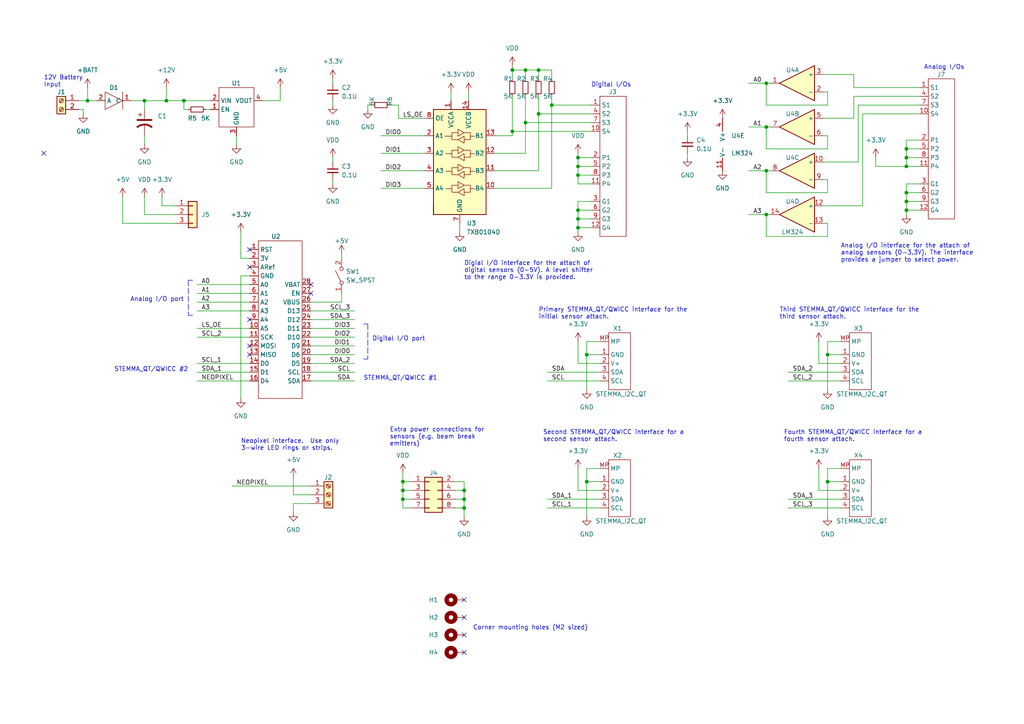
<source format=kicad_sch>
(kicad_sch (version 20211123) (generator eeschema)
  (paper "A4")
  (title_block (rev "0"))
  (lib_symbols
    (symbol "Amplifier_Operational:LM324" (pin_names (offset 0.127))
      (property "Reference" "U" (at 0 5.08 0))
      (property "Value" "LM324" (at 0 -5.08 0))
      (symbol "LM324_1_1"
        (polyline (pts (xy -5.08 5.08) (xy 5.08 0) (xy -5.08 -5.08) (xy -5.08 5.08)) (stroke (width 0.254)) (fill (type background)))
        (pin output line (at 7.62 0 180) (length 2.54) (name "~") (number "1"))
        (pin input line (at -7.62 -2.54 0) (length 2.54) (name "-") (number "2"))
        (pin input line (at -7.62 2.54 0) (length 2.54) (name "+") (number "3"))
      )
      (symbol "LM324_2_1"
        (polyline (pts (xy -5.08 5.08) (xy 5.08 0) (xy -5.08 -5.08) (xy -5.08 5.08)) (stroke (width 0.254)) (fill (type background)))
        (pin input line (at -7.62 2.54 0) (length 2.54) (name "+") (number "5"))
        (pin input line (at -7.62 -2.54 0) (length 2.54) (name "-") (number "6"))
        (pin output line (at 7.62 0 180) (length 2.54) (name "~") (number "7"))
      )
      (symbol "LM324_3_1"
        (polyline (pts (xy -5.08 5.08) (xy 5.08 0) (xy -5.08 -5.08) (xy -5.08 5.08)) (stroke (width 0.254)) (fill (type background)))
        (pin input line (at -7.62 2.54 0) (length 2.54) (name "+") (number "10"))
        (pin output line (at 7.62 0 180) (length 2.54) (name "~") (number "8"))
        (pin input line (at -7.62 -2.54 0) (length 2.54) (name "-") (number "9"))
      )
      (symbol "LM324_4_1"
        (polyline (pts (xy -5.08 5.08) (xy 5.08 0) (xy -5.08 -5.08) (xy -5.08 5.08)) (stroke (width 0.254)) (fill (type background)))
        (pin input line (at -7.62 2.54 0) (length 2.54) (name "+") (number "12"))
        (pin input line (at -7.62 -2.54 0) (length 2.54) (name "-") (number "13"))
        (pin output line (at 7.62 0 180) (length 2.54) (name "~") (number "14"))
      )
      (symbol "LM324_5_1"
        (pin power_in line (at -2.54 -7.62 90) (length 3.81) (name "V-") (number "11"))
        (pin power_in line (at -2.54 7.62 270) (length 3.81) (name "V+") (number "4"))
      )
    )
    (symbol "Appreciate:Feather_M4_CAN_Express"
      (property "Reference" "U" (at 0 0 0))
      (property "Value" "Feather_M4_CAN_Express" (at 0 -5.08 0))
      (symbol "Feather_M4_CAN_Express_0_1"
        (rectangle (start -6.35 43.18) (end 6.35 -2.54))
      )
      (symbol "Feather_M4_CAN_Express_1_1"
        (pin input line (at -8.89 40.64 0) (length 2.54) (name "RST") (number "1"))
        (pin input line (at -8.89 17.78 0) (length 2.54) (name "A5") (number "10"))
        (pin input line (at -8.89 15.24 0) (length 2.54) (name "SCK") (number "11"))
        (pin input line (at -8.89 12.7 0) (length 2.54) (name "MOSI") (number "12"))
        (pin input line (at -8.89 10.16 0) (length 2.54) (name "MISO") (number "13"))
        (pin bidirectional line (at -8.89 7.62 0) (length 2.54) (name "D0") (number "14"))
        (pin bidirectional line (at -8.89 5.08 0) (length 2.54) (name "D1") (number "15"))
        (pin bidirectional line (at -8.89 2.54 0) (length 2.54) (name "D4") (number "16"))
        (pin bidirectional line (at 8.89 2.54 180) (length 2.54) (name "SDA") (number "17"))
        (pin bidirectional line (at 8.89 5.08 180) (length 2.54) (name "SCL") (number "18"))
        (pin bidirectional line (at 8.89 7.62 180) (length 2.54) (name "D5") (number "19"))
        (pin power_out line (at -8.89 38.1 0) (length 2.54) (name "3V") (number "2"))
        (pin bidirectional line (at 8.89 10.16 180) (length 2.54) (name "D6") (number "20"))
        (pin bidirectional line (at 8.89 12.7 180) (length 2.54) (name "D9") (number "21"))
        (pin bidirectional line (at 8.89 15.24 180) (length 2.54) (name "D10") (number "22"))
        (pin bidirectional line (at 8.89 17.78 180) (length 2.54) (name "D11") (number "23"))
        (pin bidirectional line (at 8.89 20.32 180) (length 2.54) (name "D12") (number "24"))
        (pin bidirectional line (at 8.89 22.86 180) (length 2.54) (name "D13") (number "25"))
        (pin power_in line (at 8.89 25.4 180) (length 2.54) (name "VBUS") (number "26"))
        (pin input line (at 8.89 27.94 180) (length 2.54) (name "EN") (number "27"))
        (pin power_in line (at 8.89 30.48 180) (length 2.54) (name "VBAT") (number "28"))
        (pin input line (at -8.89 35.56 0) (length 2.54) (name "ARef") (number "3"))
        (pin power_in line (at -8.89 33.02 0) (length 2.54) (name "GND") (number "4"))
        (pin input line (at -8.89 30.48 0) (length 2.54) (name "A0") (number "5"))
        (pin input line (at -8.89 27.94 0) (length 2.54) (name "A1") (number "6"))
        (pin input line (at -8.89 25.4 0) (length 2.54) (name "A2") (number "7"))
        (pin input line (at -8.89 22.86 0) (length 2.54) (name "A3") (number "8"))
        (pin input line (at -8.89 20.32 0) (length 2.54) (name "A4") (number "9"))
      )
    )
    (symbol "Appreciate:STEMMA_I2C_QT"
      (property "Reference" "X" (at 2.54 20.32 0))
      (property "Value" "STEMMA_I2C_QT" (at 2.54 -2.54 0))
      (symbol "STEMMA_I2C_QT_0_1"
        (rectangle (start 0 16.51) (end 6.35 0))
      )
      (symbol "STEMMA_I2C_QT_1_1"
        (pin power_out line (at -2.54 10.16 0) (length 2.54) (name "GND") (number "1"))
        (pin power_out line (at -2.54 7.62 0) (length 2.54) (name "V+") (number "2"))
        (pin bidirectional line (at -2.54 5.08 0) (length 2.54) (name "SDA") (number "3"))
        (pin bidirectional line (at -2.54 2.54 0) (length 2.54) (name "SCL") (number "4"))
        (pin input line (at -2.54 13.97 0) (length 2.54) (name "MP") (number "MP"))
      )
    )
    (symbol "Appreciate:UPR20e3"
      (property "Reference" "D" (at 0 0 0))
      (property "Value" "UPR20e3" (at 0 7.62 0))
      (symbol "UPR20e3_0_1"
        (polyline (pts (xy 2.54 6.35) (xy 2.54 1.27)))
        (polyline (pts (xy -2.54 6.35) (xy -2.54 1.27) (xy 2.54 3.81) (xy -2.54 6.35)))
      )
      (symbol "UPR20e3_1_1"
        (pin power_out line (at 5.08 3.81 180) (length 2.54) (name "C") (number "1"))
        (pin power_in line (at -5.08 3.81 0) (length 2.54) (name "A") (number "2"))
      )
    )
    (symbol "Appreciate:Weewooday-820"
      (property "Reference" "U" (at 0 10.16 0))
      (property "Value" "Weewooday-820" (at 0 13.97 0))
      (symbol "Weewooday-820_0_1"
        (rectangle (start -5.08 11.43) (end 5.08 0))
      )
      (symbol "Weewooday-820_1_1"
        (pin input line (at -7.62 5.08 0) (length 2.54) (name "EN") (number "1"))
        (pin power_in line (at -7.62 7.62 0) (length 2.54) (name "VIN") (number "2"))
        (pin input line (at 0 -2.54 90) (length 2.54) (name "GND") (number "3"))
        (pin power_out line (at 7.62 7.62 180) (length 2.54) (name "VOUT") (number "4"))
      )
    )
    (symbol "Appreciate:conn_04_03"
      (property "Reference" "J" (at 2.54 40.64 0))
      (property "Value" "conn_04_03" (at 3.81 -3.81 0))
      (symbol "conn_04_03_0_1"
        (rectangle (start 0 39.37) (end 7.62 -1.27))
      )
      (symbol "conn_04_03_1_1"
        (pin bidirectional line (at -2.54 36.83 0) (length 2.54) (name "S1") (number "1"))
        (pin bidirectional line (at -2.54 29.21 0) (length 2.54) (name "S4") (number "10"))
        (pin power_out line (at -2.54 13.97 0) (length 2.54) (name "P4") (number "11"))
        (pin power_out line (at -2.54 1.27 0) (length 2.54) (name "G4") (number "12"))
        (pin power_out line (at -2.54 21.59 0) (length 2.54) (name "P1") (number "2"))
        (pin power_out line (at -2.54 8.89 0) (length 2.54) (name "G1") (number "3"))
        (pin bidirectional line (at -2.54 34.29 0) (length 2.54) (name "S2") (number "4"))
        (pin power_out line (at -2.54 19.05 0) (length 2.54) (name "P2") (number "5"))
        (pin power_out line (at -2.54 6.35 0) (length 2.54) (name "G2") (number "6"))
        (pin bidirectional line (at -2.54 31.75 0) (length 2.54) (name "S3") (number "7"))
        (pin power_out line (at -2.54 16.51 0) (length 2.54) (name "P3") (number "8"))
        (pin power_out line (at -2.54 3.81 0) (length 2.54) (name "G3") (number "9"))
      )
    )
    (symbol "Connector:Screw_Terminal_01x02" (pin_names (offset 1.016) hide)
      (property "Reference" "J" (at 0 2.54 0))
      (property "Value" "Screw_Terminal_01x02" (at 0 -5.08 0))
      (symbol "Screw_Terminal_01x02_1_1"
        (rectangle (start -1.27 1.27) (end 1.27 -3.81) (stroke (width 0.254)) (fill (type background)))
        (circle (center 0 -2.54) (radius 0.635) (stroke (width 0.1524)))
        (polyline (pts (xy -0.5334 -2.2098) (xy 0.3302 -3.048)) (stroke (width 0.1524)))
        (polyline (pts (xy -0.5334 0.3302) (xy 0.3302 -0.508)) (stroke (width 0.1524)))
        (polyline (pts (xy -0.3556 -2.032) (xy 0.508 -2.8702)) (stroke (width 0.1524)))
        (polyline (pts (xy -0.3556 0.508) (xy 0.508 -0.3302)) (stroke (width 0.1524)))
        (circle (center 0 0) (radius 0.635) (stroke (width 0.1524)))
        (pin passive line (at -5.08 0 0) (length 3.81) (name "Pin_1") (number "1"))
        (pin passive line (at -5.08 -2.54 0) (length 3.81) (name "Pin_2") (number "2"))
      )
    )
    (symbol "Connector:Screw_Terminal_01x03" (pin_names (offset 1.016) hide)
      (property "Reference" "J" (at 0 5.08 0))
      (property "Value" "Screw_Terminal_01x03" (at 0 -5.08 0))
      (symbol "Screw_Terminal_01x03_1_1"
        (rectangle (start -1.27 3.81) (end 1.27 -3.81) (stroke (width 0.254)) (fill (type background)))
        (circle (center 0 -2.54) (radius 0.635) (stroke (width 0.1524)))
        (polyline (pts (xy -0.5334 -2.2098) (xy 0.3302 -3.048)) (stroke (width 0.1524)))
        (polyline (pts (xy -0.5334 0.3302) (xy 0.3302 -0.508)) (stroke (width 0.1524)))
        (polyline (pts (xy -0.5334 2.8702) (xy 0.3302 2.032)) (stroke (width 0.1524)))
        (polyline (pts (xy -0.3556 -2.032) (xy 0.508 -2.8702)) (stroke (width 0.1524)))
        (polyline (pts (xy -0.3556 0.508) (xy 0.508 -0.3302)) (stroke (width 0.1524)))
        (polyline (pts (xy -0.3556 3.048) (xy 0.508 2.2098)) (stroke (width 0.1524)))
        (circle (center 0 0) (radius 0.635) (stroke (width 0.1524)))
        (circle (center 0 2.54) (radius 0.635) (stroke (width 0.1524)))
        (pin passive line (at -5.08 2.54 0) (length 3.81) (name "Pin_1") (number "1"))
        (pin passive line (at -5.08 0 0) (length 3.81) (name "Pin_2") (number "2"))
        (pin passive line (at -5.08 -2.54 0) (length 3.81) (name "Pin_3") (number "3"))
      )
    )
    (symbol "Connector_Generic:Conn_01x03" (pin_names (offset 1.016) hide)
      (property "Reference" "J" (at 0 5.08 0))
      (property "Value" "Conn_01x03" (at 0 -5.08 0))
      (symbol "Conn_01x03_1_1"
        (rectangle (start -1.27 -2.413) (end 0 -2.667) (stroke (width 0.1524)))
        (rectangle (start -1.27 0.127) (end 0 -0.127) (stroke (width 0.1524)))
        (rectangle (start -1.27 2.667) (end 0 2.413) (stroke (width 0.1524)))
        (rectangle (start -1.27 3.81) (end 1.27 -3.81) (stroke (width 0.254)) (fill (type background)))
        (pin passive line (at -5.08 2.54 0) (length 3.81) (name "Pin_1") (number "1"))
        (pin passive line (at -5.08 0 0) (length 3.81) (name "Pin_2") (number "2"))
        (pin passive line (at -5.08 -2.54 0) (length 3.81) (name "Pin_3") (number "3"))
      )
    )
    (symbol "Connector_Generic:Conn_02x04_Odd_Even" (pin_names (offset 1.016) hide)
      (property "Reference" "J" (at 1.27 5.08 0))
      (property "Value" "Conn_02x04_Odd_Even" (at 1.27 -7.62 0))
      (symbol "Conn_02x04_Odd_Even_1_1"
        (rectangle (start -1.27 -4.953) (end 0 -5.207) (stroke (width 0.1524)))
        (rectangle (start -1.27 -2.413) (end 0 -2.667) (stroke (width 0.1524)))
        (rectangle (start -1.27 0.127) (end 0 -0.127) (stroke (width 0.1524)))
        (rectangle (start -1.27 2.667) (end 0 2.413) (stroke (width 0.1524)))
        (rectangle (start -1.27 3.81) (end 3.81 -6.35) (stroke (width 0.254)) (fill (type background)))
        (rectangle (start 3.81 -4.953) (end 2.54 -5.207) (stroke (width 0.1524)))
        (rectangle (start 3.81 -2.413) (end 2.54 -2.667) (stroke (width 0.1524)))
        (rectangle (start 3.81 0.127) (end 2.54 -0.127) (stroke (width 0.1524)))
        (rectangle (start 3.81 2.667) (end 2.54 2.413) (stroke (width 0.1524)))
        (pin passive line (at -5.08 2.54 0) (length 3.81) (name "Pin_1") (number "1"))
        (pin passive line (at 7.62 2.54 180) (length 3.81) (name "Pin_2") (number "2"))
        (pin passive line (at -5.08 0 0) (length 3.81) (name "Pin_3") (number "3"))
        (pin passive line (at 7.62 0 180) (length 3.81) (name "Pin_4") (number "4"))
        (pin passive line (at -5.08 -2.54 0) (length 3.81) (name "Pin_5") (number "5"))
        (pin passive line (at 7.62 -2.54 180) (length 3.81) (name "Pin_6") (number "6"))
        (pin passive line (at -5.08 -5.08 0) (length 3.81) (name "Pin_7") (number "7"))
        (pin passive line (at 7.62 -5.08 180) (length 3.81) (name "Pin_8") (number "8"))
      )
    )
    (symbol "Device:C_Polarized_US" (pin_numbers hide) (pin_names (offset 0.254) hide)
      (property "Reference" "C" (at 0.635 2.54 0))
      (property "Value" "C_Polarized_US" (at 0.635 -2.54 0))
      (symbol "C_Polarized_US_0_1"
        (polyline (pts (xy -2.032 0.762) (xy 2.032 0.762)) (stroke (width 0.508)))
        (polyline (pts (xy -1.778 2.286) (xy -0.762 2.286)))
        (polyline (pts (xy -1.27 1.778) (xy -1.27 2.794)))
        (arc (start 2.032 -1.27) (mid 0 -0.5572) (end -2.032 -1.27) (stroke (width 0.508)))
      )
      (symbol "C_Polarized_US_1_1"
        (pin passive line (at 0 3.81 270) (length 2.794) (name "~") (number "1"))
        (pin passive line (at 0 -3.81 90) (length 3.302) (name "~") (number "2"))
      )
    )
    (symbol "Device:C_Small" (pin_numbers hide) (pin_names (offset 0.254) hide)
      (property "Reference" "C" (at 0.254 1.778 0))
      (property "Value" "C_Small" (at 0.254 -2.032 0))
      (symbol "C_Small_0_1"
        (polyline (pts (xy -1.524 -0.508) (xy 1.524 -0.508)) (stroke (width 0.3302)))
        (polyline (pts (xy -1.524 0.508) (xy 1.524 0.508)) (stroke (width 0.3048)))
      )
      (symbol "C_Small_1_1"
        (pin passive line (at 0 2.54 270) (length 2.032) (name "~") (number "1"))
        (pin passive line (at 0 -2.54 90) (length 2.032) (name "~") (number "2"))
      )
    )
    (symbol "Device:R_Small" (pin_numbers hide) (pin_names (offset 0.254) hide)
      (property "Reference" "R" (at 0.762 0.508 0))
      (property "Value" "R_Small" (at 0.762 -1.016 0))
      (symbol "R_Small_0_1"
        (rectangle (start -0.762 1.778) (end 0.762 -1.778) (stroke (width 0.2032)))
      )
      (symbol "R_Small_1_1"
        (pin passive line (at 0 2.54 270) (length 0.762) (name "~") (number "1"))
        (pin passive line (at 0 -2.54 90) (length 0.762) (name "~") (number "2"))
      )
    )
    (symbol "Logic_LevelTranslator:TXB0104D"
      (property "Reference" "U" (at -6.35 16.51 0))
      (property "Value" "TXB0104D" (at 3.81 16.51 0))
      (symbol "TXB0104D_0_1"
        (rectangle (start -7.62 -15.24) (end -7.62 -12.7) (stroke (width 0.254)))
        (rectangle (start -7.62 15.24) (end 7.62 -15.24) (stroke (width 0.254)) (fill (type background)))
        (polyline (pts (xy -2.286 -7.747) (xy -2.286 -6.731) (xy -0.508 -6.731)))
        (polyline (pts (xy -2.286 -2.667) (xy -2.286 -1.651) (xy -0.508 -1.651)))
        (polyline (pts (xy -2.286 2.413) (xy -2.286 3.429) (xy -0.508 3.429)))
        (polyline (pts (xy -2.286 7.493) (xy -2.286 8.509) (xy -0.508 8.509)))
        (polyline (pts (xy 3.048 -7.747) (xy 3.048 -8.763) (xy 1.27 -8.763)))
        (polyline (pts (xy 3.048 -2.667) (xy 3.048 -3.683) (xy 1.27 -3.683)))
        (polyline (pts (xy 3.048 2.413) (xy 3.048 1.397) (xy 1.27 1.397)))
        (polyline (pts (xy 3.048 7.493) (xy 3.048 6.477) (xy 1.27 6.477)))
        (polyline (pts (xy -0.508 -8.763) (xy -2.286 -8.763) (xy -2.286 -7.747) (xy -4.064 -7.747)))
        (polyline (pts (xy -0.508 -8.763) (xy 1.27 -7.747) (xy 1.27 -9.779) (xy -0.508 -8.763)))
        (polyline (pts (xy -0.508 -3.683) (xy -2.286 -3.683) (xy -2.286 -2.667) (xy -4.064 -2.667)))
        (polyline (pts (xy -0.508 -3.683) (xy 1.27 -2.667) (xy 1.27 -4.699) (xy -0.508 -3.683)))
        (polyline (pts (xy -0.508 1.397) (xy -2.286 1.397) (xy -2.286 2.413) (xy -4.064 2.413)))
        (polyline (pts (xy -0.508 1.397) (xy 1.27 2.413) (xy 1.27 0.381) (xy -0.508 1.397)))
        (polyline (pts (xy -0.508 6.477) (xy -2.286 6.477) (xy -2.286 7.493) (xy -4.318 7.493)))
        (polyline (pts (xy -0.508 6.477) (xy 1.27 7.493) (xy 1.27 5.461) (xy -0.508 6.477)))
        (polyline (pts (xy 1.27 -6.731) (xy -0.508 -7.747) (xy -0.508 -5.715) (xy 1.27 -6.731)))
        (polyline (pts (xy 1.27 -6.731) (xy 3.048 -6.731) (xy 3.048 -7.747) (xy 4.318 -7.747)))
        (polyline (pts (xy 1.27 -1.651) (xy -0.508 -2.667) (xy -0.508 -0.635) (xy 1.27 -1.651)))
        (polyline (pts (xy 1.27 -1.651) (xy 3.048 -1.651) (xy 3.048 -2.667) (xy 4.318 -2.667)))
        (polyline (pts (xy 1.27 3.429) (xy -0.508 2.413) (xy -0.508 4.445) (xy 1.27 3.429)))
        (polyline (pts (xy 1.27 3.429) (xy 3.048 3.429) (xy 3.048 2.413) (xy 4.318 2.413)))
        (polyline (pts (xy 1.27 8.509) (xy -0.508 7.493) (xy -0.508 9.525) (xy 1.27 8.509)))
        (polyline (pts (xy 1.27 8.509) (xy 3.048 8.509) (xy 3.048 7.493) (xy 4.318 7.493)))
      )
      (symbol "TXB0104D_1_1"
        (pin power_in line (at -2.54 17.78 270) (length 2.54) (name "VCCA") (number "1"))
        (pin bidirectional line (at 10.16 -7.62 180) (length 2.54) (name "B4") (number "10"))
        (pin bidirectional line (at 10.16 -2.54 180) (length 2.54) (name "B3") (number "11"))
        (pin bidirectional line (at 10.16 2.54 180) (length 2.54) (name "B2") (number "12"))
        (pin bidirectional line (at 10.16 7.62 180) (length 2.54) (name "B1") (number "13"))
        (pin power_in line (at 2.54 17.78 270) (length 2.54) (name "VCCB") (number "14"))
        (pin bidirectional line (at -10.16 7.62 0) (length 2.54) (name "A1") (number "2"))
        (pin bidirectional line (at -10.16 2.54 0) (length 2.54) (name "A2") (number "3"))
        (pin bidirectional line (at -10.16 -2.54 0) (length 2.54) (name "A3") (number "4"))
        (pin bidirectional line (at -10.16 -7.62 0) (length 2.54) (name "A4") (number "5"))
        (pin no_connect line (at -10.16 -12.7 0) (length 2.54) hide (name "NC") (number "6"))
        (pin power_in line (at 0 -17.78 90) (length 2.54) (name "GND") (number "7"))
        (pin input line (at -10.16 12.7 0) (length 2.54) (name "OE") (number "8"))
        (pin no_connect line (at 10.16 -12.7 180) (length 2.54) hide (name "NC") (number "9"))
      )
    )
    (symbol "Mechanical:MountingHole_Pad" (pin_numbers hide) (pin_names (offset 1.016) hide)
      (property "Reference" "H" (at 0 6.35 0))
      (property "Value" "MountingHole_Pad" (at 0 4.445 0))
      (symbol "MountingHole_Pad_0_1"
        (circle (center 0 1.27) (radius 1.27) (stroke (width 1.27)))
      )
      (symbol "MountingHole_Pad_1_1"
        (pin input line (at 0 -2.54 90) (length 2.54) (name "1") (number "1"))
      )
    )
    (symbol "Switch:SW_SPST" (pin_names (offset 0) hide)
      (property "Reference" "SW" (at 0 3.175 0))
      (property "Value" "SW_SPST" (at 0 -2.54 0))
      (symbol "SW_SPST_0_0"
        (circle (center -2.032 0) (radius 0.508))
        (polyline (pts (xy -1.524 0.254) (xy 1.524 1.778)))
        (circle (center 2.032 0) (radius 0.508))
      )
      (symbol "SW_SPST_1_1"
        (pin passive line (at -5.08 0 0) (length 2.54) (name "A") (number "1"))
        (pin passive line (at 5.08 0 180) (length 2.54) (name "B") (number "2"))
      )
    )
    (symbol "power:+12V" (power) (pin_names (offset 0))
      (property "Value" "+12V" (at 0 3.556 0))
      (symbol "+12V_0_1"
        (polyline (pts (xy -0.762 1.27) (xy 0 2.54)))
        (polyline (pts (xy 0 0) (xy 0 2.54)))
        (polyline (pts (xy 0 2.54) (xy 0.762 1.27)))
      )
      (symbol "+12V_1_1"
        (pin power_in line (at 0 0 90) (length 0) hide (name "+12V") (number "1"))
      )
    )
    (symbol "power:+3.3V" (power) (pin_names (offset 0))
      (property "Value" "+3.3V" (at 0 3.556 0))
      (symbol "+3.3V_0_1"
        (polyline (pts (xy -0.762 1.27) (xy 0 2.54)))
        (polyline (pts (xy 0 0) (xy 0 2.54)))
        (polyline (pts (xy 0 2.54) (xy 0.762 1.27)))
      )
      (symbol "+3.3V_1_1"
        (pin power_in line (at 0 0 90) (length 0) hide (name "+3.3V") (number "1"))
      )
    )
    (symbol "power:+5V" (power) (pin_names (offset 0))
      (property "Value" "+5V" (at 0 3.556 0))
      (symbol "+5V_0_1"
        (polyline (pts (xy -0.762 1.27) (xy 0 2.54)))
        (polyline (pts (xy 0 0) (xy 0 2.54)))
        (polyline (pts (xy 0 2.54) (xy 0.762 1.27)))
      )
      (symbol "+5V_1_1"
        (pin power_in line (at 0 0 90) (length 0) hide (name "+5V") (number "1"))
      )
    )
    (symbol "power:+BATT" (power) (pin_names (offset 0))
      (property "Value" "+BATT" (at 0 3.556 0))
      (symbol "+BATT_0_1"
        (polyline (pts (xy -0.762 1.27) (xy 0 2.54)))
        (polyline (pts (xy 0 0) (xy 0 2.54)))
        (polyline (pts (xy 0 2.54) (xy 0.762 1.27)))
      )
      (symbol "+BATT_1_1"
        (pin power_in line (at 0 0 90) (length 0) hide (name "+BATT") (number "1"))
      )
    )
    (symbol "power:GND" (power) (pin_names (offset 0))
      (property "Value" "GND" (at 0 -3.81 0))
      (symbol "GND_0_1"
        (polyline (pts (xy 0 0) (xy 0 -1.27) (xy 1.27 -1.27) (xy 0 -2.54) (xy -1.27 -1.27) (xy 0 -1.27)))
      )
      (symbol "GND_1_1"
        (pin power_in line (at 0 0 270) (length 0) hide (name "GND") (number "1"))
      )
    )
    (symbol "power:VDD" (power) (pin_names (offset 0))
      (property "Value" "VDD" (at 0 3.81 0))
      (symbol "VDD_0_1"
        (polyline (pts (xy -0.762 1.27) (xy 0 2.54)))
        (polyline (pts (xy 0 0) (xy 0 2.54)))
        (polyline (pts (xy 0 2.54) (xy 0.762 1.27)))
      )
      (symbol "VDD_1_1"
        (pin power_in line (at 0 0 90) (length 0) hide (name "VDD") (number "1"))
      )
    )
  )
  (junction (at 148.59 20.32))
  (junction (at 222.25 24.13))
  (junction (at 222.25 36.83))
  (junction (at 134.62 144.78))
  (junction (at 167.64 48.26))
  (junction (at 134.62 142.24))
  (junction (at 167.64 45.72))
  (junction (at 134.62 147.32))
  (junction (at 25.4 29.21))
  (junction (at 222.25 62.23))
  (junction (at 152.4 35.56))
  (junction (at 156.21 20.32))
  (junction (at 160.02 30.48))
  (junction (at 48.26 29.21))
  (junction (at 167.64 50.8))
  (junction (at 116.84 142.24))
  (junction (at 167.64 66.04))
  (junction (at 148.59 38.1))
  (junction (at 170.18 102.87))
  (junction (at 156.21 33.02))
  (junction (at 240.03 139.7))
  (junction (at 240.03 102.87))
  (junction (at 262.89 45.72))
  (junction (at 222.25 49.53))
  (junction (at 41.91 29.21))
  (junction (at 262.89 55.88))
  (junction (at 262.89 58.42))
  (junction (at 167.64 63.5))
  (junction (at 116.84 139.7))
  (junction (at 262.89 48.26))
  (junction (at 170.18 139.7))
  (junction (at 167.64 60.96))
  (junction (at 53.34 29.21))
  (junction (at 116.84 144.78))
  (junction (at 262.89 60.96))
  (junction (at 262.89 43.18))
  (junction (at 152.4 20.32))
  (no_connect (at 72.39 92.71))
  (no_connect (at 134.62 184.15))
  (no_connect (at 134.62 179.07))
  (no_connect (at 12.7 44.45))
  (no_connect (at 72.39 72.39))
  (no_connect (at 72.39 77.47))
  (no_connect (at 90.17 85.09))
  (no_connect (at 90.17 82.55))
  (no_connect (at 134.62 189.23))
  (no_connect (at 72.39 100.33))
  (no_connect (at 72.39 102.87))
  (no_connect (at 134.62 173.99))
  (wire (pts (xy 110.49 44.45) (xy 123.19 44.45)))
  (wire (pts (xy 170.18 102.87) (xy 170.18 113.03)))
  (wire (pts (xy 57.15 107.95) (xy 72.39 107.95)))
  (wire (pts (xy 167.64 135.89) (xy 167.64 142.24)))
  (wire (pts (xy 25.4 25.4) (xy 25.4 29.21)))
  (wire (pts (xy 243.84 135.89) (xy 240.03 135.89)))
  (wire (pts (xy 116.84 142.24) (xy 116.84 139.7)))
  (wire (pts (xy 240.03 68.58) (xy 222.25 68.58)))
  (wire (pts (xy 35.56 64.77) (xy 35.56 57.15)))
  (wire (pts (xy 238.76 34.29) (xy 247.65 34.29)))
  (wire (pts (xy 228.6 110.49) (xy 243.84 110.49)))
  (wire (pts (xy 69.85 74.93) (xy 72.39 74.93)))
  (wire (pts (xy 170.18 139.7) (xy 170.18 149.86)))
  (wire (pts (xy 85.09 148.59) (xy 85.09 146.05)))
  (wire (pts (xy 72.39 80.01) (xy 69.85 80.01)))
  (wire (pts (xy 167.64 58.42) (xy 171.45 58.42)))
  (wire (pts (xy 148.59 27.94) (xy 148.59 38.1)))
  (wire (pts (xy 262.89 53.34) (xy 266.7 53.34)))
  (wire (pts (xy 222.25 36.83) (xy 223.52 36.83)))
  (wire (pts (xy 85.09 138.43) (xy 85.09 143.51)))
  (wire (pts (xy 41.91 29.21) (xy 41.91 31.75)))
  (wire (pts (xy 53.34 31.75) (xy 53.34 29.21)))
  (wire (pts (xy 160.02 30.48) (xy 160.02 54.61)))
  (wire (pts (xy 110.49 54.61) (xy 123.19 54.61)))
  (wire (pts (xy 238.76 46.99) (xy 248.92 46.99)))
  (wire (pts (xy 170.18 99.06) (xy 170.18 102.87)))
  (wire (pts (xy 90.17 107.95) (xy 102.87 107.95)))
  (wire (pts (xy 167.64 99.06) (xy 167.64 105.41)))
  (wire (pts (xy 116.84 147.32) (xy 116.84 144.78)))
  (wire (pts (xy 90.17 90.17) (xy 102.87 90.17)))
  (wire (pts (xy 262.89 55.88) (xy 262.89 58.42)))
  (wire (pts (xy 217.17 49.53) (xy 222.25 49.53)))
  (wire (pts (xy 90.17 95.25) (xy 102.87 95.25)))
  (polyline (pts (xy 54.61 91.44) (xy 55.88 91.44)))
  (wire (pts (xy 237.49 135.89) (xy 237.49 142.24)))
  (wire (pts (xy 228.6 147.32) (xy 243.84 147.32)))
  (wire (pts (xy 54.61 31.75) (xy 53.34 31.75)))
  (wire (pts (xy 156.21 20.32) (xy 160.02 20.32)))
  (wire (pts (xy 134.62 147.32) (xy 134.62 144.78)))
  (wire (pts (xy 116.84 139.7) (xy 119.38 139.7)))
  (wire (pts (xy 238.76 52.07) (xy 240.03 52.07)))
  (wire (pts (xy 53.34 29.21) (xy 60.96 29.21)))
  (wire (pts (xy 266.7 40.64) (xy 262.89 40.64)))
  (wire (pts (xy 240.03 99.06) (xy 240.03 102.87)))
  (polyline (pts (xy 105.41 93.98) (xy 106.68 93.98)))
  (wire (pts (xy 96.52 22.86) (xy 96.52 24.13)))
  (wire (pts (xy 248.92 30.48) (xy 266.7 30.48)))
  (polyline (pts (xy 54.61 81.28) (xy 54.61 91.44)))
  (wire (pts (xy 160.02 30.48) (xy 171.45 30.48)))
  (wire (pts (xy 99.06 73.66) (xy 99.06 74.93)))
  (wire (pts (xy 238.76 64.77) (xy 240.03 64.77)))
  (wire (pts (xy 170.18 102.87) (xy 173.99 102.87)))
  (wire (pts (xy 250.19 59.69) (xy 250.19 33.02)))
  (wire (pts (xy 90.17 102.87) (xy 102.87 102.87)))
  (wire (pts (xy 148.59 20.32) (xy 152.4 20.32)))
  (wire (pts (xy 167.64 63.5) (xy 167.64 66.04)))
  (wire (pts (xy 143.51 49.53) (xy 156.21 49.53)))
  (wire (pts (xy 237.49 142.24) (xy 243.84 142.24)))
  (wire (pts (xy 152.4 20.32) (xy 156.21 20.32)))
  (wire (pts (xy 199.39 44.45) (xy 199.39 45.72)))
  (wire (pts (xy 152.4 27.94) (xy 152.4 35.56)))
  (wire (pts (xy 132.08 142.24) (xy 134.62 142.24)))
  (wire (pts (xy 38.1 29.21) (xy 41.91 29.21)))
  (wire (pts (xy 22.86 31.75) (xy 24.13 31.75)))
  (wire (pts (xy 69.85 67.31) (xy 69.85 74.93)))
  (wire (pts (xy 217.17 62.23) (xy 222.25 62.23)))
  (wire (pts (xy 133.35 64.77) (xy 133.35 67.31)))
  (wire (pts (xy 90.17 92.71) (xy 102.87 92.71)))
  (wire (pts (xy 173.99 135.89) (xy 170.18 135.89)))
  (wire (pts (xy 228.6 144.78) (xy 243.84 144.78)))
  (wire (pts (xy 67.31 140.97) (xy 90.17 140.97)))
  (wire (pts (xy 106.68 30.48) (xy 107.95 30.48)))
  (wire (pts (xy 167.64 66.04) (xy 167.64 67.31)))
  (wire (pts (xy 158.75 107.95) (xy 173.99 107.95)))
  (wire (pts (xy 167.64 53.34) (xy 167.64 50.8)))
  (wire (pts (xy 262.89 45.72) (xy 262.89 43.18)))
  (wire (pts (xy 96.52 45.72) (xy 96.52 46.99)))
  (wire (pts (xy 110.49 39.37) (xy 123.19 39.37)))
  (wire (pts (xy 143.51 54.61) (xy 160.02 54.61)))
  (polyline (pts (xy 55.88 81.28) (xy 54.61 81.28)))
  (wire (pts (xy 167.64 58.42) (xy 167.64 60.96)))
  (wire (pts (xy 132.08 147.32) (xy 134.62 147.32)))
  (wire (pts (xy 167.64 63.5) (xy 171.45 63.5)))
  (wire (pts (xy 57.15 97.79) (xy 72.39 97.79)))
  (wire (pts (xy 250.19 33.02) (xy 266.7 33.02)))
  (wire (pts (xy 167.64 48.26) (xy 167.64 45.72)))
  (wire (pts (xy 160.02 22.86) (xy 160.02 20.32)))
  (wire (pts (xy 69.85 80.01) (xy 69.85 115.57)))
  (wire (pts (xy 116.84 144.78) (xy 116.84 142.24)))
  (wire (pts (xy 90.17 87.63) (xy 99.06 87.63)))
  (wire (pts (xy 222.25 36.83) (xy 222.25 43.18)))
  (polyline (pts (xy 106.68 93.98) (xy 106.68 104.14)))
  (wire (pts (xy 262.89 55.88) (xy 266.7 55.88)))
  (wire (pts (xy 254 48.26) (xy 262.89 48.26)))
  (wire (pts (xy 41.91 29.21) (xy 48.26 29.21)))
  (wire (pts (xy 247.65 27.94) (xy 266.7 27.94)))
  (wire (pts (xy 240.03 64.77) (xy 240.03 68.58)))
  (wire (pts (xy 116.84 139.7) (xy 116.84 137.16)))
  (wire (pts (xy 22.86 29.21) (xy 25.4 29.21)))
  (wire (pts (xy 132.08 144.78) (xy 134.62 144.78)))
  (wire (pts (xy 90.17 110.49) (xy 102.87 110.49)))
  (wire (pts (xy 46.99 59.69) (xy 46.99 57.15)))
  (wire (pts (xy 113.03 30.48) (xy 115.57 30.48)))
  (wire (pts (xy 57.15 87.63) (xy 72.39 87.63)))
  (wire (pts (xy 266.7 43.18) (xy 262.89 43.18)))
  (wire (pts (xy 106.68 30.48) (xy 106.68 31.75)))
  (wire (pts (xy 222.25 55.88) (xy 222.25 49.53)))
  (wire (pts (xy 243.84 99.06) (xy 240.03 99.06)))
  (wire (pts (xy 148.59 20.32) (xy 148.59 22.86)))
  (wire (pts (xy 148.59 19.05) (xy 148.59 20.32)))
  (wire (pts (xy 134.62 142.24) (xy 134.62 139.7)))
  (wire (pts (xy 85.09 146.05) (xy 90.17 146.05)))
  (wire (pts (xy 90.17 97.79) (xy 102.87 97.79)))
  (wire (pts (xy 134.62 149.86) (xy 134.62 147.32)))
  (wire (pts (xy 115.57 34.29) (xy 123.19 34.29)))
  (wire (pts (xy 222.25 24.13) (xy 223.52 24.13)))
  (wire (pts (xy 248.92 46.99) (xy 248.92 30.48)))
  (wire (pts (xy 240.03 139.7) (xy 240.03 149.86)))
  (wire (pts (xy 116.84 142.24) (xy 119.38 142.24)))
  (wire (pts (xy 48.26 29.21) (xy 53.34 29.21)))
  (wire (pts (xy 238.76 21.59) (xy 247.65 21.59)))
  (wire (pts (xy 156.21 20.32) (xy 156.21 22.86)))
  (wire (pts (xy 167.64 60.96) (xy 171.45 60.96)))
  (wire (pts (xy 156.21 33.02) (xy 156.21 49.53)))
  (wire (pts (xy 134.62 144.78) (xy 134.62 142.24)))
  (wire (pts (xy 222.25 62.23) (xy 223.52 62.23)))
  (wire (pts (xy 25.4 29.21) (xy 27.94 29.21)))
  (wire (pts (xy 115.57 30.48) (xy 115.57 34.29)))
  (wire (pts (xy 158.75 144.78) (xy 173.99 144.78)))
  (wire (pts (xy 237.49 99.06) (xy 237.49 105.41)))
  (wire (pts (xy 266.7 45.72) (xy 262.89 45.72)))
  (wire (pts (xy 247.65 34.29) (xy 247.65 27.94)))
  (wire (pts (xy 156.21 27.94) (xy 156.21 33.02)))
  (wire (pts (xy 50.8 59.69) (xy 46.99 59.69)))
  (wire (pts (xy 217.17 36.83) (xy 222.25 36.83)))
  (wire (pts (xy 68.58 39.37) (xy 68.58 41.91)))
  (wire (pts (xy 173.99 99.06) (xy 170.18 99.06)))
  (wire (pts (xy 160.02 27.94) (xy 160.02 30.48)))
  (wire (pts (xy 135.89 26.67) (xy 135.89 29.21)))
  (wire (pts (xy 99.06 85.09) (xy 99.06 87.63)))
  (wire (pts (xy 130.81 26.67) (xy 130.81 29.21)))
  (polyline (pts (xy 105.41 104.14) (xy 106.68 104.14)))
  (wire (pts (xy 262.89 43.18) (xy 262.89 40.64)))
  (wire (pts (xy 240.03 30.48) (xy 222.25 30.48)))
  (wire (pts (xy 41.91 39.37) (xy 41.91 41.91)))
  (wire (pts (xy 167.64 60.96) (xy 167.64 63.5)))
  (wire (pts (xy 50.8 62.23) (xy 41.91 62.23)))
  (wire (pts (xy 247.65 25.4) (xy 266.7 25.4)))
  (wire (pts (xy 48.26 25.4) (xy 48.26 29.21)))
  (wire (pts (xy 116.84 144.78) (xy 119.38 144.78)))
  (wire (pts (xy 35.56 64.77) (xy 50.8 64.77)))
  (wire (pts (xy 57.15 90.17) (xy 72.39 90.17)))
  (wire (pts (xy 238.76 26.67) (xy 240.03 26.67)))
  (wire (pts (xy 158.75 147.32) (xy 173.99 147.32)))
  (wire (pts (xy 171.45 50.8) (xy 167.64 50.8)))
  (wire (pts (xy 148.59 38.1) (xy 171.45 38.1)))
  (wire (pts (xy 262.89 60.96) (xy 262.89 62.23)))
  (wire (pts (xy 240.03 135.89) (xy 240.03 139.7)))
  (wire (pts (xy 240.03 52.07) (xy 240.03 55.88)))
  (wire (pts (xy 237.49 105.41) (xy 243.84 105.41)))
  (wire (pts (xy 171.45 45.72) (xy 167.64 45.72)))
  (wire (pts (xy 143.51 44.45) (xy 152.4 44.45)))
  (wire (pts (xy 143.51 39.37) (xy 148.59 39.37)))
  (wire (pts (xy 90.17 100.33) (xy 102.87 100.33)))
  (wire (pts (xy 222.25 62.23) (xy 222.25 68.58)))
  (wire (pts (xy 262.89 60.96) (xy 266.7 60.96)))
  (wire (pts (xy 152.4 20.32) (xy 152.4 22.86)))
  (wire (pts (xy 240.03 43.18) (xy 222.25 43.18)))
  (wire (pts (xy 167.64 105.41) (xy 173.99 105.41)))
  (wire (pts (xy 57.15 82.55) (xy 72.39 82.55)))
  (wire (pts (xy 156.21 33.02) (xy 171.45 33.02)))
  (wire (pts (xy 167.64 142.24) (xy 173.99 142.24)))
  (wire (pts (xy 262.89 58.42) (xy 266.7 58.42)))
  (wire (pts (xy 158.75 110.49) (xy 173.99 110.49)))
  (wire (pts (xy 81.28 25.4) (xy 81.28 29.21)))
  (wire (pts (xy 254 45.72) (xy 254 48.26)))
  (wire (pts (xy 41.91 62.23) (xy 41.91 57.15)))
  (wire (pts (xy 266.7 48.26) (xy 262.89 48.26)))
  (wire (pts (xy 222.25 49.53) (xy 223.52 49.53)))
  (wire (pts (xy 240.03 26.67) (xy 240.03 30.48)))
  (wire (pts (xy 57.15 105.41) (xy 72.39 105.41)))
  (wire (pts (xy 238.76 39.37) (xy 240.03 39.37)))
  (wire (pts (xy 167.64 66.04) (xy 171.45 66.04)))
  (wire (pts (xy 217.17 24.13) (xy 222.25 24.13)))
  (wire (pts (xy 240.03 102.87) (xy 240.03 113.03)))
  (wire (pts (xy 228.6 107.95) (xy 243.84 107.95)))
  (wire (pts (xy 24.13 31.75) (xy 24.13 33.02)))
  (wire (pts (xy 59.69 31.75) (xy 60.96 31.75)))
  (wire (pts (xy 240.03 55.88) (xy 222.25 55.88)))
  (wire (pts (xy 148.59 39.37) (xy 148.59 38.1)))
  (wire (pts (xy 262.89 53.34) (xy 262.89 55.88)))
  (wire (pts (xy 152.4 35.56) (xy 171.45 35.56)))
  (wire (pts (xy 247.65 21.59) (xy 247.65 25.4)))
  (wire (pts (xy 57.15 85.09) (xy 72.39 85.09)))
  (wire (pts (xy 167.64 45.72) (xy 167.64 44.45)))
  (wire (pts (xy 240.03 139.7) (xy 243.84 139.7)))
  (wire (pts (xy 262.89 58.42) (xy 262.89 60.96)))
  (wire (pts (xy 119.38 147.32) (xy 116.84 147.32)))
  (wire (pts (xy 96.52 52.07) (xy 96.52 53.34)))
  (wire (pts (xy 152.4 44.45) (xy 152.4 35.56)))
  (wire (pts (xy 222.25 30.48) (xy 222.25 24.13)))
  (wire (pts (xy 85.09 143.51) (xy 90.17 143.51)))
  (wire (pts (xy 167.64 50.8) (xy 167.64 48.26)))
  (wire (pts (xy 262.89 48.26) (xy 262.89 45.72)))
  (wire (pts (xy 171.45 53.34) (xy 167.64 53.34)))
  (wire (pts (xy 134.62 139.7) (xy 132.08 139.7)))
  (wire (pts (xy 171.45 48.26) (xy 167.64 48.26)))
  (wire (pts (xy 170.18 135.89) (xy 170.18 139.7)))
  (wire (pts (xy 90.17 105.41) (xy 102.87 105.41)))
  (wire (pts (xy 238.76 59.69) (xy 250.19 59.69)))
  (wire (pts (xy 240.03 39.37) (xy 240.03 43.18)))
  (wire (pts (xy 96.52 29.21) (xy 96.52 30.48)))
  (wire (pts (xy 57.15 110.49) (xy 72.39 110.49)))
  (wire (pts (xy 110.49 49.53) (xy 123.19 49.53)))
  (wire (pts (xy 199.39 38.1) (xy 199.39 39.37)))
  (wire (pts (xy 240.03 102.87) (xy 243.84 102.87)))
  (wire (pts (xy 76.2 29.21) (xy 81.28 29.21)))
  (wire (pts (xy 57.15 95.25) (xy 72.39 95.25)))
  (wire (pts (xy 170.18 139.7) (xy 173.99 139.7)))
  (text "Corner mounting holes (M2 sized)" (at 137.16 182.88 0) (effects (font (size 1.27 1.27)) (justify left bottom)))
  (text "Digital I/Os" (at 171.45 25.4 0) (effects (font (size 1.27 1.27)) (justify left bottom)))
  (text "Analog I/Os" (at 267.97 20.32 0) (effects (font (size 1.27 1.27)) (justify left bottom)))
  (text "Third STEMMA_QT/QWICC interface for the\nthird sensor attach." (at 226.06 92.71 0) (effects (font (size 1.27 1.27)) (justify left bottom)))
  (text "Primary STEMMA_QT/QWICC interface for the\ninitial sensor attach." (at 156.21 92.71 0) (effects (font (size 1.27 1.27)) (justify left bottom)))
  (text "Extra power connections for\nsensors (e.g. beam break\nemitters)" (at 113.03 129.54 0) (effects (font (size 1.27 1.27)) (justify left bottom)))
  (text "Digial I/O interface for the attach of\ndigital sensors (0-5V). A level shifter\nto the range 0-3.3V is provided." (at 134.62 81.28 0) (effects (font (size 1.27 1.27)) (justify left bottom)))
  (text "Second STEMMA_QT/QWICC interface for a\nsecond sensor attach." (at 157.48 128.27 0) (effects (font (size 1.27 1.27)) (justify left bottom)))
  (text "Digital I/O port" (at 107.95 99.06 0) (effects (font (size 1.27 1.27)) (justify left bottom)))
  (text "Analog I/O port" (at 53.34 87.63 180) (effects (font (size 1.27 1.27)) (justify right bottom)))
  (text "STEMMA_QT/QWICC #1" (at 105.41 110.49 0) (effects (font (size 1.27 1.27)) (justify left bottom)))
  (text "12V Battery\nInput" (at 12.7 25.4 0) (effects (font (size 1.27 1.27)) (justify left bottom)))
  (text "STEMMA_QT/QWICC #2" (at 54.61 107.95 180) (effects (font (size 1.27 1.27)) (justify right bottom)))
  (text "Analog I/O interface for the attach of\nanalog sensors (0-3.3V). The interface\nprovides a jumper to select power." (at 243.84 76.2 0) (effects (font (size 1.27 1.27)) (justify left bottom)))
  (text "Neopixel interface.  Use only\n3-wire LED rings or strips." (at 69.85 130.81 0) (effects (font (size 1.27 1.27)) (justify left bottom)))
  (text "Fourth STEMMA_QT/QWICC interface for a\nfourth sensor attach." (at 227.33 128.27 0) (effects (font (size 1.27 1.27)) (justify left bottom)))
  (label "A2" (at 58.42 87.63 0))
  (label "LS_OE" (at 116.84 34.29 0))
  (label "SCL_2" (at 58.42 97.79 0))
  (label "LS_OE" (at 58.42 95.25 0))
  (label "A0" (at 58.42 82.55 0))
  (label "NEOPIXEL" (at 68.58 140.97 0))
  (label "SCL_3" (at 229.87 147.32 0))
  (label "A1" (at 58.42 85.09 0))
  (label "SCL_1" (at 58.42 105.41 0))
  (label "SCL" (at 101.6 107.95 180))
  (label "NEOPIXEL" (at 58.42 110.49 0))
  (label "SCL" (at 160.02 110.49 0))
  (label "DIO1" (at 101.6 100.33 180))
  (label "SDA" (at 160.02 107.95 0))
  (label "A3" (at 58.42 90.17 0))
  (label "A3" (at 218.44 62.23 0))
  (label "SDA_1" (at 58.42 107.95 0))
  (label "A2" (at 218.44 49.53 0))
  (label "SCL_2" (at 229.87 110.49 0))
  (label "A0" (at 218.44 24.13 0))
  (label "DIO0" (at 101.6 102.87 180))
  (label "SCL_1" (at 160.02 147.32 0))
  (label "A1" (at 218.44 36.83 0))
  (label "SDA" (at 101.6 110.49 180))
  (label "DIO2" (at 101.6 97.79 180))
  (label "SDA_2" (at 229.87 107.95 0))
  (label "SDA_3" (at 101.6 92.71 180))
  (label "SDA_1" (at 160.02 144.78 0))
  (label "DIO0" (at 111.76 39.37 0))
  (label "DIO1" (at 111.76 44.45 0))
  (label "SCL_3" (at 101.6 90.17 180))
  (label "SDA_2" (at 101.6 105.41 180))
  (label "SDA_3" (at 229.87 144.78 0))
  (label "DIO2" (at 111.76 49.53 0))
  (label "DIO3" (at 101.6 95.25 180))
  (label "DIO3" (at 111.76 54.61 0))
  (symbol (lib_id "Device:C_Polarized_US") (at 41.91 35.56 0) (unit 1)
    (property "Reference" "C1" (at 45.72 33.6549 0) (effects (justify left)))
    (property "Value" "10u" (effects hide))
    (property "Footprint" "Capacitor_SMD:CP_Elec_8x10" (effects hide))
  )
  (symbol (lib_id "power:GND") (at 96.52 30.48 0) (unit 1)
    (property "Reference" "#PWR0126" (effects hide))
    (property "Value" "GND" (at 96.52 35.56 0))
  )
  (symbol (lib_id "Amplifier_Operational:LM324") (at 231.14 62.23 0) (mirror y) (unit 4)
    (property "Reference" "U4" (at 229.87 58.42 0))
    (property "Value" "LM324" (at 229.87 67.31 0))
    (property "Footprint" "Package_SO:SOIC-14_3.9x8.7mm_P1.27mm" (effects hide))
    (property "Datasheet" "http://www.ti.com/lit/ds/symlink/lm2902-n.pdf" (effects hide))
  )
  (symbol (lib_id "power:GND") (at 133.35 67.31 0) (unit 1)
    (property "Reference" "#PWR0116" (effects hide))
    (property "Value" "GND" (at 133.35 72.39 0))
  )
  (symbol (lib_id "power:VDD") (at 167.64 44.45 0) (unit 1)
    (property "Reference" "#PWR0107" (effects hide))
    (property "Value" "VDD" (at 167.64 39.37 0))
  )
  (symbol (lib_id "power:GND") (at 209.55 49.53 0) (unit 1)
    (property "Reference" "#PWR0124" (effects hide))
    (property "Value" "GND" (at 209.55 54.61 0))
  )
  (symbol (lib_id "Switch:SW_SPST") (at 99.06 80.01 90) (unit 1)
    (property "Reference" "SW1" (at 100.33 78.7399 90) (effects (justify right)))
    (property "Value" "SW_SPST" (at 100.33 81.2799 90) (effects (justify right)))
    (property "Footprint" "Appreciate:SPST-KJ01" (effects hide))
  )
  (symbol (lib_id "Device:C_Small") (at 96.52 26.67 0) (unit 1)
    (property "Reference" "C2" (at 99.06 25.4 0) (effects (justify left)))
    (property "Value" "0.1U" (at 99.06 27.94 0) (effects (justify left)))
    (property "Footprint" "Capacitor_SMD:C_0805_2012Metric" (effects hide))
  )
  (symbol (lib_id "power:GND") (at 68.58 41.91 0) (unit 1)
    (property "Reference" "#PWR0108" (effects hide))
    (property "Value" "GND" (at 68.58 46.99 0))
  )
  (symbol (lib_id "power:GND") (at 170.18 113.03 0) (unit 1)
    (property "Reference" "#PWR0103" (effects hide))
    (property "Value" "GND" (at 170.18 118.11 0))
  )
  (symbol (lib_id "Appreciate:conn_04_03") (at 173.99 67.31 0) (unit 1)
    (property "Reference" "J3" (at 176.53 26.67 0) (effects (justify left)))
    (property "Value" "conn_04_03" (effects hide))
    (property "Footprint" "Appreciate:conn_04x03" (effects hide))
  )
  (symbol (lib_id "Appreciate:STEMMA_I2C_QT") (at 176.53 149.86 0) (unit 1)
    (property "Reference" "X2" (at 177.8 132.08 0) (effects (justify left)))
    (property "Value" "STEMMA_I2C_QT" (at 172.72 151.13 0) (effects (justify left)))
    (property "Footprint" "Connector_JST:JST_SH_SM04B-SRSS-TB_1x04-1MP_P1.00mm_Horizontal" (effects hide))
  )
  (symbol (lib_id "Appreciate:Feather_M4_CAN_Express") (at 81.28 113.03 0) (unit 1)
    (property "Reference" "U2" (at 80.01 68.58 0))
    (property "Value" "Feather_M4_CAN_Express" (effects hide))
    (property "Footprint" "Appreciate:Feather_M4_CAN_Express" (effects hide))
  )
  (symbol (lib_id "power:VDD") (at 96.52 45.72 0) (unit 1)
    (property "Reference" "#PWR0135" (effects hide))
    (property "Value" "VDD" (at 96.52 40.64 0))
  )
  (symbol (lib_id "power:+3.3V") (at 167.64 99.06 0) (unit 1)
    (property "Reference" "#PWR0105" (effects hide))
    (property "Value" "+3.3V" (at 167.64 93.98 0))
  )
  (symbol (lib_id "power:GND") (at 41.91 41.91 0) (unit 1)
    (property "Reference" "#PWR0110" (effects hide))
    (property "Value" "GND" (at 41.91 46.99 0))
  )
  (symbol (lib_id "power:GND") (at 262.89 62.23 0) (unit 1)
    (property "Reference" "#PWR0101" (effects hide))
    (property "Value" "GND" (at 262.89 67.31 0))
  )
  (symbol (lib_id "Appreciate:STEMMA_I2C_QT") (at 246.38 149.86 0) (unit 1)
    (property "Reference" "X4" (at 247.65 132.08 0) (effects (justify left)))
    (property "Value" "STEMMA_I2C_QT" (at 242.57 151.13 0) (effects (justify left)))
    (property "Footprint" "Connector_JST:JST_SH_SM04B-SRSS-TB_1x04-1MP_P1.00mm_Horizontal" (effects hide))
  )
  (symbol (lib_id "power:GND") (at 167.64 67.31 0) (unit 1)
    (property "Reference" "#PWR0113" (effects hide))
    (property "Value" "GND" (at 167.64 72.39 0))
  )
  (symbol (lib_id "power:+3.3V") (at 130.81 26.67 0) (unit 1)
    (property "Reference" "#PWR0106" (effects hide))
    (property "Value" "+3.3V" (at 130.81 21.59 0))
  )
  (symbol (lib_id "Device:R_Small") (at 57.15 31.75 90) (unit 1)
    (property "Reference" "R5" (at 57.15 34.29 90) (effects (justify left)))
    (property "Value" "5K" (at 60.96 34.29 90) (effects (justify left)))
    (property "Footprint" "Resistor_SMD:R_0805_2012Metric" (effects hide))
  )
  (symbol (lib_id "power:+3.3V") (at 199.39 38.1 0) (unit 1)
    (property "Reference" "#PWR0122" (effects hide))
    (property "Value" "+3.3V" (at 199.39 33.02 0))
  )
  (symbol (lib_id "power:VDD") (at 116.84 137.16 0) (unit 1)
    (property "Reference" "#PWR0134" (effects hide))
    (property "Value" "VDD" (at 116.84 132.08 0))
  )
  (symbol (lib_id "power:+5V") (at 85.09 138.43 0) (unit 1)
    (property "Reference" "#PWR0115" (effects hide))
    (property "Value" "+5V" (at 85.09 133.35 0))
  )
  (symbol (lib_id "power:GND") (at 134.62 149.86 0) (unit 1)
    (property "Reference" "#PWR07" (effects hide))
    (property "Value" "GND" (at 134.62 154.94 0))
  )
  (symbol (lib_id "Device:R_Small") (at 156.21 25.4 0) (unit 1)
    (property "Reference" "R3" (at 153.67 22.86 0) (effects (justify left)))
    (property "Value" "5K" (at 153.67 27.94 0) (effects (justify left)))
    (property "Footprint" "Resistor_SMD:R_0805_2012Metric" (effects hide))
  )
  (symbol (lib_id "Amplifier_Operational:LM324") (at 231.14 36.83 0) (mirror y) (unit 2)
    (property "Reference" "U4" (at 229.87 33.02 0))
    (property "Value" "LM324" (effects hide))
    (property "Footprint" "Package_SO:SOIC-14_3.9x8.7mm_P1.27mm" (effects hide))
    (property "Datasheet" "http://www.ti.com/lit/ds/symlink/lm2902-n.pdf" (effects hide))
  )
  (symbol (lib_id "Mechanical:MountingHole_Pad") (at 132.08 173.99 90) (unit 1)
    (property "Reference" "H1" (at 125.73 173.99 90))
    (property "Value" "MountingHole_Pad" (effects hide))
    (property "Footprint" "MountingHole:MountingHole_2.2mm_M2_DIN965_Pad" (effects hide))
  )
  (symbol (lib_id "power:+5V") (at 35.56 57.15 0) (unit 1)
    (property "Reference" "#PWR0132" (effects hide))
    (property "Value" "+5V" (at 35.56 52.07 0))
  )
  (symbol (lib_id "Connector_Generic:Conn_02x04_Odd_Even") (at 124.46 142.24 0) (unit 1)
    (property "Reference" "J4" (at 125.73 137.16 0))
    (property "Value" "Conn_02x04_Odd_Even" (effects hide))
    (property "Footprint" "Connector_PinHeader_2.54mm:PinHeader_2x04_P2.54mm_Vertical" (effects hide))
  )
  (symbol (lib_id "power:GND") (at 170.18 149.86 0) (unit 1)
    (property "Reference" "#PWR0102" (effects hide))
    (property "Value" "GND" (at 170.18 154.94 0))
  )
  (symbol (lib_id "Connector:Screw_Terminal_01x03") (at 95.25 143.51 0) (unit 1)
    (property "Reference" "J2" (at 93.98 138.43 0) (effects (justify left)))
    (property "Value" "Screw_Terminal_01x03" (effects hide))
    (property "Footprint" "TerminalBlock_4Ucon:TerminalBlock_4Ucon_1x03_P3.50mm_Horizontal" (effects hide))
  )
  (symbol (lib_id "power:+3.3V") (at 96.52 22.86 0) (unit 1)
    (property "Reference" "#PWR0125" (effects hide))
    (property "Value" "+3.3V" (at 96.52 17.78 0))
  )
  (symbol (lib_id "power:+3.3V") (at 237.49 99.06 0) (unit 1)
    (property "Reference" "#PWR01" (effects hide))
    (property "Value" "+3.3V" (at 237.49 93.98 0))
  )
  (symbol (lib_id "power:+3.3V") (at 254 45.72 0) (unit 1)
    (property "Reference" "#PWR0119" (effects hide))
    (property "Value" "+3.3V" (at 254 40.64 0))
  )
  (symbol (lib_id "power:+3.3V") (at 167.64 135.89 0) (unit 1)
    (property "Reference" "#PWR0104" (effects hide))
    (property "Value" "+3.3V" (at 167.64 130.81 0))
  )
  (symbol (lib_id "Appreciate:UPR20e3") (at 33.02 33.02 0) (unit 1)
    (property "Reference" "D1" (at 33.02 25.4 0))
    (property "Value" "UPR20e3" (effects hide))
    (property "Footprint" "Appreciate:DO-216" (effects hide))
  )
  (symbol (lib_id "Appreciate:STEMMA_I2C_QT") (at 176.53 113.03 0) (unit 1)
    (property "Reference" "X1" (at 177.8 95.25 0) (effects (justify left)))
    (property "Value" "STEMMA_I2C_QT" (at 172.72 114.3 0) (effects (justify left)))
    (property "Footprint" "Connector_JST:JST_SH_SM04B-SRSS-TB_1x04-1MP_P1.00mm_Horizontal" (effects hide))
  )
  (symbol (lib_id "power:GND") (at 24.13 33.02 0) (unit 1)
    (property "Reference" "#PWR0109" (effects hide))
    (property "Value" "GND" (at 24.13 38.1 0))
  )
  (symbol (lib_id "Device:C_Small") (at 96.52 49.53 0) (unit 1)
    (property "Reference" "C3" (at 99.06 48.26 0) (effects (justify left)))
    (property "Value" "0.1U" (at 99.06 50.8 0) (effects (justify left)))
    (property "Footprint" "Capacitor_SMD:C_0805_2012Metric" (effects hide))
  )
  (symbol (lib_id "power:GND") (at 240.03 113.03 0) (unit 1)
    (property "Reference" "#PWR03" (effects hide))
    (property "Value" "GND" (at 240.03 118.11 0))
  )
  (symbol (lib_id "Logic_LevelTranslator:TXB0104D") (at 133.35 46.99 0) (unit 1)
    (property "Reference" "U3" (at 135.3694 64.77 0) (effects (justify left)))
    (property "Value" "TXB0104D" (at 135.3694 67.31 0) (effects (justify left)))
    (property "Footprint" "Package_SO:SOIC-14_3.9x8.7mm_P1.27mm" (effects hide))
    (property "Datasheet" "http://www.ti.com/lit/ds/symlink/txb0104.pdf" (effects hide))
  )
  (symbol (lib_id "Amplifier_Operational:LM324") (at 212.09 41.91 0) (unit 5)
    (property "Reference" "U4" (at 212.09 39.37 0) (effects (justify left)))
    (property "Value" "LM324" (at 212.09 44.45 0) (effects (justify left)))
    (property "Footprint" "Package_SO:SOIC-14_3.9x8.7mm_P1.27mm" (effects hide))
    (property "Datasheet" "http://www.ti.com/lit/ds/symlink/lm2902-n.pdf" (effects hide))
  )
  (symbol (lib_id "power:GND") (at 106.68 31.75 0) (unit 1)
    (property "Reference" "#PWR08" (effects hide))
    (property "Value" "GND" (at 106.68 36.83 0))
  )
  (symbol (lib_id "power:+BATT") (at 25.4 25.4 0) (unit 1)
    (property "Reference" "#PWR0129" (effects hide))
    (property "Value" "+BATT" (at 25.4 20.32 0))
  )
  (symbol (lib_id "power:VDD") (at 41.91 57.15 0) (unit 1)
    (property "Reference" "#PWR0131" (effects hide))
    (property "Value" "VDD" (at 41.91 52.07 0))
  )
  (symbol (lib_id "power:GND") (at 240.03 149.86 0) (unit 1)
    (property "Reference" "#PWR04" (effects hide))
    (property "Value" "GND" (at 240.03 154.94 0))
  )
  (symbol (lib_id "power:VDD") (at 135.89 26.67 0) (unit 1)
    (property "Reference" "#PWR0128" (effects hide))
    (property "Value" "VDD" (at 135.89 21.59 0))
  )
  (symbol (lib_id "power:VDD") (at 148.59 19.05 0) (unit 1)
    (property "Reference" "#PWR0121" (effects hide))
    (property "Value" "VDD" (at 148.59 13.97 0))
  )
  (symbol (lib_id "power:+3.3V") (at 237.49 135.89 0) (unit 1)
    (property "Reference" "#PWR02" (effects hide))
    (property "Value" "+3.3V" (at 237.49 130.81 0))
  )
  (symbol (lib_id "Appreciate:Weewooday-820") (at 68.58 36.83 0) (unit 1)
    (property "Reference" "U1" (at 68.58 24.13 0))
    (property "Value" "Weewooday-820" (effects hide))
    (property "Footprint" "Appreciate:Weewooday-820" (effects hide))
  )
  (symbol (lib_id "power:+3.3V") (at 209.55 34.29 0) (unit 1)
    (property "Reference" "#PWR0123" (effects hide))
    (property "Value" "+3.3V" (at 209.55 29.21 0))
  )
  (symbol (lib_id "Appreciate:conn_04_03") (at 269.24 62.23 0) (unit 1)
    (property "Reference" "J7" (at 271.78 21.59 0) (effects (justify left)))
    (property "Value" "conn_04_03" (effects hide))
    (property "Footprint" "Appreciate:conn_04x03" (effects hide))
  )
  (symbol (lib_id "Device:C_Small") (at 199.39 41.91 0) (unit 1)
    (property "Reference" "C4" (at 201.93 40.64 0) (effects (justify left)))
    (property "Value" "0.1U" (at 201.93 43.18 0) (effects (justify left)))
    (property "Footprint" "Capacitor_SMD:C_0805_2012Metric" (effects hide))
  )
  (symbol (lib_id "power:GND") (at 69.85 115.57 0) (unit 1)
    (property "Reference" "#PWR0112" (effects hide))
    (property "Value" "GND" (at 69.85 120.65 0))
  )
  (symbol (lib_id "Connector:Screw_Terminal_01x02") (at 17.78 29.21 0) (mirror y) (unit 1)
    (property "Reference" "J1" (at 17.78 26.67 0))
    (property "Value" "Screw_Terminal_01x02" (effects hide))
    (property "Footprint" "TerminalBlock_4Ucon:TerminalBlock_4Ucon_1x02_P3.50mm_Horizontal" (effects hide))
  )
  (symbol (lib_id "power:GND") (at 96.52 53.34 0) (unit 1)
    (property "Reference" "#PWR0127" (effects hide))
    (property "Value" "GND" (at 96.52 58.42 0))
  )
  (symbol (lib_id "Mechanical:MountingHole_Pad") (at 132.08 189.23 90) (unit 1)
    (property "Reference" "H4" (at 125.73 189.23 90))
    (property "Value" "MountingHole_Pad" (effects hide))
    (property "Footprint" "MountingHole:MountingHole_2.2mm_M2_DIN965_Pad" (effects hide))
  )
  (symbol (lib_id "Amplifier_Operational:LM324") (at 231.14 24.13 0) (mirror y) (unit 1)
    (property "Reference" "U4" (at 229.87 20.32 0))
    (property "Value" "LM324" (effects hide))
    (property "Footprint" "Package_SO:SOIC-14_3.9x8.7mm_P1.27mm" (effects hide))
    (property "Datasheet" "http://www.ti.com/lit/ds/symlink/lm2902-n.pdf" (effects hide))
  )
  (symbol (lib_id "Device:R_Small") (at 152.4 25.4 0) (unit 1)
    (property "Reference" "R2" (at 149.86 22.86 0) (effects (justify left)))
    (property "Value" "5K" (at 149.86 27.94 0) (effects (justify left)))
    (property "Footprint" "Resistor_SMD:R_0805_2012Metric" (effects hide))
  )
  (symbol (lib_id "power:+12V") (at 48.26 25.4 0) (unit 1)
    (property "Reference" "#PWR0130" (effects hide))
    (property "Value" "+12V" (at 48.26 20.32 0))
  )
  (symbol (lib_id "power:+3.3V") (at 69.85 67.31 0) (unit 1)
    (property "Reference" "#PWR0117" (effects hide))
    (property "Value" "+3.3V" (at 69.85 62.23 0))
  )
  (symbol (lib_id "Appreciate:STEMMA_I2C_QT") (at 246.38 113.03 0) (unit 1)
    (property "Reference" "X3" (at 247.65 95.25 0) (effects (justify left)))
    (property "Value" "STEMMA_I2C_QT" (at 242.57 114.3 0) (effects (justify left)))
    (property "Footprint" "Connector_JST:JST_SH_SM04B-SRSS-TB_1x04-1MP_P1.00mm_Horizontal" (effects hide))
  )
  (symbol (lib_id "power:GND") (at 85.09 148.59 0) (unit 1)
    (property "Reference" "#PWR0114" (effects hide))
    (property "Value" "GND" (at 85.09 153.67 0))
  )
  (symbol (lib_id "Mechanical:MountingHole_Pad") (at 132.08 184.15 90) (unit 1)
    (property "Reference" "H3" (at 125.73 184.15 90))
    (property "Value" "MountingHole_Pad" (effects hide))
    (property "Footprint" "MountingHole:MountingHole_2.2mm_M2_DIN965_Pad" (effects hide))
  )
  (symbol (lib_id "power:+5V") (at 99.06 73.66 0) (unit 1)
    (property "Reference" "#PWR0118" (effects hide))
    (property "Value" "+5V" (at 99.06 69.85 0))
  )
  (symbol (lib_id "Mechanical:MountingHole_Pad") (at 132.08 179.07 90) (unit 1)
    (property "Reference" "H2" (at 125.73 179.07 90))
    (property "Value" "MountingHole_Pad" (effects hide))
    (property "Footprint" "MountingHole:MountingHole_2.2mm_M2_DIN965_Pad" (effects hide))
  )
  (symbol (lib_id "power:+3.3V") (at 46.99 57.15 0) (unit 1)
    (property "Reference" "#PWR0133" (effects hide))
    (property "Value" "+3.3V" (at 46.99 52.07 0))
  )
  (symbol (lib_id "Device:R_Small") (at 160.02 25.4 0) (unit 1)
    (property "Reference" "R4" (at 157.48 22.86 0) (effects (justify left)))
    (property "Value" "5K" (at 157.48 27.94 0) (effects (justify left)))
    (property "Footprint" "Resistor_SMD:R_0805_2012Metric" (effects hide))
  )
  (symbol (lib_id "Device:R_Small") (at 148.59 25.4 0) (unit 1)
    (property "Reference" "R1" (at 146.05 22.86 0) (effects (justify left)))
    (property "Value" "5K" (at 146.05 27.94 0) (effects (justify left)))
    (property "Footprint" "Resistor_SMD:R_0805_2012Metric" (effects hide))
  )
  (symbol (lib_id "Connector_Generic:Conn_01x03") (at 55.88 62.23 0) (unit 1)
    (property "Reference" "J5" (at 58.42 62.2299 0) (effects (justify left)))
    (property "Value" "Conn_01x03" (effects hide))
    (property "Footprint" "Connector_PinHeader_2.54mm:PinHeader_1x03_P2.54mm_Vertical" (effects hide))
  )
  (symbol (lib_id "power:GND") (at 199.39 45.72 0) (unit 1)
    (property "Reference" "#PWR0120" (effects hide))
    (property "Value" "GND" (at 199.39 50.8 0))
  )
  (symbol (lib_id "Device:R_Small") (at 110.49 30.48 270) (unit 1)
    (property "Reference" "R6" (at 113.03 27.94 0) (effects (justify left)))
    (property "Value" "5K" (at 107.95 27.94 0) (effects (justify left)))
    (property "Footprint" "Resistor_SMD:R_0805_2012Metric" (effects hide))
  )
  (symbol (lib_id "Amplifier_Operational:LM324") (at 231.14 49.53 0) (mirror y) (unit 3)
    (property "Reference" "U4" (at 229.87 45.72 0))
    (property "Value" "LM324" (effects hide))
    (property "Footprint" "Package_SO:SOIC-14_3.9x8.7mm_P1.27mm" (effects hide))
    (property "Datasheet" "http://www.ti.com/lit/ds/symlink/lm2902-n.pdf" (effects hide))
  )
  (symbol (lib_id "power:+5V") (at 81.28 25.4 0) (unit 1)
    (property "Reference" "#PWR0111" (effects hide))
    (property "Value" "+5V" (at 81.28 20.32 0))
  )
)
</source>
